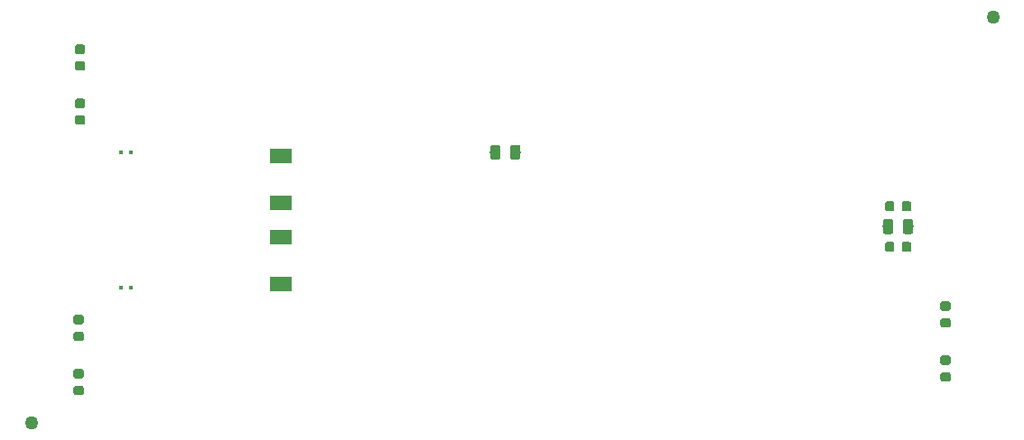
<source format=gbr>
G04 #@! TF.GenerationSoftware,KiCad,Pcbnew,5.0.2-bee76a0~70~ubuntu18.04.1*
G04 #@! TF.CreationDate,2019-06-21T09:24:01-07:00*
G04 #@! TF.ProjectId,aa-power,61612d70-6f77-4657-922e-6b696361645f,rev?*
G04 #@! TF.SameCoordinates,Original*
G04 #@! TF.FileFunction,Paste,Top*
G04 #@! TF.FilePolarity,Positive*
%FSLAX46Y46*%
G04 Gerber Fmt 4.6, Leading zero omitted, Abs format (unit mm)*
G04 Created by KiCad (PCBNEW 5.0.2-bee76a0~70~ubuntu18.04.1) date Fri 21 Jun 2019 09:24:01 AM PDT*
%MOMM*%
%LPD*%
G01*
G04 APERTURE LIST*
%ADD10C,1.275080*%
%ADD11C,0.100000*%
%ADD12C,0.975000*%
%ADD13C,0.875000*%
%ADD14R,2.100000X1.400000*%
%ADD15R,0.300000X0.400000*%
G04 APERTURE END LIST*
D10*
G04 #@! TO.C,FD6*
X194310000Y-81280000D03*
G04 #@! TD*
D11*
G04 #@! TO.C,C4*
G36*
X186625142Y-100266174D02*
X186648803Y-100269684D01*
X186672007Y-100275496D01*
X186694529Y-100283554D01*
X186716153Y-100293782D01*
X186736670Y-100306079D01*
X186755883Y-100320329D01*
X186773607Y-100336393D01*
X186789671Y-100354117D01*
X186803921Y-100373330D01*
X186816218Y-100393847D01*
X186826446Y-100415471D01*
X186834504Y-100437993D01*
X186840316Y-100461197D01*
X186843826Y-100484858D01*
X186845000Y-100508750D01*
X186845000Y-101421250D01*
X186843826Y-101445142D01*
X186840316Y-101468803D01*
X186834504Y-101492007D01*
X186826446Y-101514529D01*
X186816218Y-101536153D01*
X186803921Y-101556670D01*
X186789671Y-101575883D01*
X186773607Y-101593607D01*
X186755883Y-101609671D01*
X186736670Y-101623921D01*
X186716153Y-101636218D01*
X186694529Y-101646446D01*
X186672007Y-101654504D01*
X186648803Y-101660316D01*
X186625142Y-101663826D01*
X186601250Y-101665000D01*
X186113750Y-101665000D01*
X186089858Y-101663826D01*
X186066197Y-101660316D01*
X186042993Y-101654504D01*
X186020471Y-101646446D01*
X185998847Y-101636218D01*
X185978330Y-101623921D01*
X185959117Y-101609671D01*
X185941393Y-101593607D01*
X185925329Y-101575883D01*
X185911079Y-101556670D01*
X185898782Y-101536153D01*
X185888554Y-101514529D01*
X185880496Y-101492007D01*
X185874684Y-101468803D01*
X185871174Y-101445142D01*
X185870000Y-101421250D01*
X185870000Y-100508750D01*
X185871174Y-100484858D01*
X185874684Y-100461197D01*
X185880496Y-100437993D01*
X185888554Y-100415471D01*
X185898782Y-100393847D01*
X185911079Y-100373330D01*
X185925329Y-100354117D01*
X185941393Y-100336393D01*
X185959117Y-100320329D01*
X185978330Y-100306079D01*
X185998847Y-100293782D01*
X186020471Y-100283554D01*
X186042993Y-100275496D01*
X186066197Y-100269684D01*
X186089858Y-100266174D01*
X186113750Y-100265000D01*
X186601250Y-100265000D01*
X186625142Y-100266174D01*
X186625142Y-100266174D01*
G37*
D12*
X186357500Y-100965000D03*
D11*
G36*
X184750142Y-100266174D02*
X184773803Y-100269684D01*
X184797007Y-100275496D01*
X184819529Y-100283554D01*
X184841153Y-100293782D01*
X184861670Y-100306079D01*
X184880883Y-100320329D01*
X184898607Y-100336393D01*
X184914671Y-100354117D01*
X184928921Y-100373330D01*
X184941218Y-100393847D01*
X184951446Y-100415471D01*
X184959504Y-100437993D01*
X184965316Y-100461197D01*
X184968826Y-100484858D01*
X184970000Y-100508750D01*
X184970000Y-101421250D01*
X184968826Y-101445142D01*
X184965316Y-101468803D01*
X184959504Y-101492007D01*
X184951446Y-101514529D01*
X184941218Y-101536153D01*
X184928921Y-101556670D01*
X184914671Y-101575883D01*
X184898607Y-101593607D01*
X184880883Y-101609671D01*
X184861670Y-101623921D01*
X184841153Y-101636218D01*
X184819529Y-101646446D01*
X184797007Y-101654504D01*
X184773803Y-101660316D01*
X184750142Y-101663826D01*
X184726250Y-101665000D01*
X184238750Y-101665000D01*
X184214858Y-101663826D01*
X184191197Y-101660316D01*
X184167993Y-101654504D01*
X184145471Y-101646446D01*
X184123847Y-101636218D01*
X184103330Y-101623921D01*
X184084117Y-101609671D01*
X184066393Y-101593607D01*
X184050329Y-101575883D01*
X184036079Y-101556670D01*
X184023782Y-101536153D01*
X184013554Y-101514529D01*
X184005496Y-101492007D01*
X183999684Y-101468803D01*
X183996174Y-101445142D01*
X183995000Y-101421250D01*
X183995000Y-100508750D01*
X183996174Y-100484858D01*
X183999684Y-100461197D01*
X184005496Y-100437993D01*
X184013554Y-100415471D01*
X184023782Y-100393847D01*
X184036079Y-100373330D01*
X184050329Y-100354117D01*
X184066393Y-100336393D01*
X184084117Y-100320329D01*
X184103330Y-100306079D01*
X184123847Y-100293782D01*
X184145471Y-100283554D01*
X184167993Y-100275496D01*
X184191197Y-100269684D01*
X184214858Y-100266174D01*
X184238750Y-100265000D01*
X184726250Y-100265000D01*
X184750142Y-100266174D01*
X184750142Y-100266174D01*
G37*
D12*
X184482500Y-100965000D03*
G04 #@! TD*
D11*
G04 #@! TO.C,C3*
G36*
X149795142Y-93281174D02*
X149818803Y-93284684D01*
X149842007Y-93290496D01*
X149864529Y-93298554D01*
X149886153Y-93308782D01*
X149906670Y-93321079D01*
X149925883Y-93335329D01*
X149943607Y-93351393D01*
X149959671Y-93369117D01*
X149973921Y-93388330D01*
X149986218Y-93408847D01*
X149996446Y-93430471D01*
X150004504Y-93452993D01*
X150010316Y-93476197D01*
X150013826Y-93499858D01*
X150015000Y-93523750D01*
X150015000Y-94436250D01*
X150013826Y-94460142D01*
X150010316Y-94483803D01*
X150004504Y-94507007D01*
X149996446Y-94529529D01*
X149986218Y-94551153D01*
X149973921Y-94571670D01*
X149959671Y-94590883D01*
X149943607Y-94608607D01*
X149925883Y-94624671D01*
X149906670Y-94638921D01*
X149886153Y-94651218D01*
X149864529Y-94661446D01*
X149842007Y-94669504D01*
X149818803Y-94675316D01*
X149795142Y-94678826D01*
X149771250Y-94680000D01*
X149283750Y-94680000D01*
X149259858Y-94678826D01*
X149236197Y-94675316D01*
X149212993Y-94669504D01*
X149190471Y-94661446D01*
X149168847Y-94651218D01*
X149148330Y-94638921D01*
X149129117Y-94624671D01*
X149111393Y-94608607D01*
X149095329Y-94590883D01*
X149081079Y-94571670D01*
X149068782Y-94551153D01*
X149058554Y-94529529D01*
X149050496Y-94507007D01*
X149044684Y-94483803D01*
X149041174Y-94460142D01*
X149040000Y-94436250D01*
X149040000Y-93523750D01*
X149041174Y-93499858D01*
X149044684Y-93476197D01*
X149050496Y-93452993D01*
X149058554Y-93430471D01*
X149068782Y-93408847D01*
X149081079Y-93388330D01*
X149095329Y-93369117D01*
X149111393Y-93351393D01*
X149129117Y-93335329D01*
X149148330Y-93321079D01*
X149168847Y-93308782D01*
X149190471Y-93298554D01*
X149212993Y-93290496D01*
X149236197Y-93284684D01*
X149259858Y-93281174D01*
X149283750Y-93280000D01*
X149771250Y-93280000D01*
X149795142Y-93281174D01*
X149795142Y-93281174D01*
G37*
D12*
X149527500Y-93980000D03*
D11*
G36*
X147920142Y-93281174D02*
X147943803Y-93284684D01*
X147967007Y-93290496D01*
X147989529Y-93298554D01*
X148011153Y-93308782D01*
X148031670Y-93321079D01*
X148050883Y-93335329D01*
X148068607Y-93351393D01*
X148084671Y-93369117D01*
X148098921Y-93388330D01*
X148111218Y-93408847D01*
X148121446Y-93430471D01*
X148129504Y-93452993D01*
X148135316Y-93476197D01*
X148138826Y-93499858D01*
X148140000Y-93523750D01*
X148140000Y-94436250D01*
X148138826Y-94460142D01*
X148135316Y-94483803D01*
X148129504Y-94507007D01*
X148121446Y-94529529D01*
X148111218Y-94551153D01*
X148098921Y-94571670D01*
X148084671Y-94590883D01*
X148068607Y-94608607D01*
X148050883Y-94624671D01*
X148031670Y-94638921D01*
X148011153Y-94651218D01*
X147989529Y-94661446D01*
X147967007Y-94669504D01*
X147943803Y-94675316D01*
X147920142Y-94678826D01*
X147896250Y-94680000D01*
X147408750Y-94680000D01*
X147384858Y-94678826D01*
X147361197Y-94675316D01*
X147337993Y-94669504D01*
X147315471Y-94661446D01*
X147293847Y-94651218D01*
X147273330Y-94638921D01*
X147254117Y-94624671D01*
X147236393Y-94608607D01*
X147220329Y-94590883D01*
X147206079Y-94571670D01*
X147193782Y-94551153D01*
X147183554Y-94529529D01*
X147175496Y-94507007D01*
X147169684Y-94483803D01*
X147166174Y-94460142D01*
X147165000Y-94436250D01*
X147165000Y-93523750D01*
X147166174Y-93499858D01*
X147169684Y-93476197D01*
X147175496Y-93452993D01*
X147183554Y-93430471D01*
X147193782Y-93408847D01*
X147206079Y-93388330D01*
X147220329Y-93369117D01*
X147236393Y-93351393D01*
X147254117Y-93335329D01*
X147273330Y-93321079D01*
X147293847Y-93308782D01*
X147315471Y-93298554D01*
X147337993Y-93290496D01*
X147361197Y-93284684D01*
X147384858Y-93281174D01*
X147408750Y-93280000D01*
X147896250Y-93280000D01*
X147920142Y-93281174D01*
X147920142Y-93281174D01*
G37*
D12*
X147652500Y-93980000D03*
G04 #@! TD*
D11*
G04 #@! TO.C,D3*
G36*
X108989691Y-88946053D02*
X109010926Y-88949203D01*
X109031750Y-88954419D01*
X109051962Y-88961651D01*
X109071368Y-88970830D01*
X109089781Y-88981866D01*
X109107024Y-88994654D01*
X109122930Y-89009070D01*
X109137346Y-89024976D01*
X109150134Y-89042219D01*
X109161170Y-89060632D01*
X109170349Y-89080038D01*
X109177581Y-89100250D01*
X109182797Y-89121074D01*
X109185947Y-89142309D01*
X109187000Y-89163750D01*
X109187000Y-89601250D01*
X109185947Y-89622691D01*
X109182797Y-89643926D01*
X109177581Y-89664750D01*
X109170349Y-89684962D01*
X109161170Y-89704368D01*
X109150134Y-89722781D01*
X109137346Y-89740024D01*
X109122930Y-89755930D01*
X109107024Y-89770346D01*
X109089781Y-89783134D01*
X109071368Y-89794170D01*
X109051962Y-89803349D01*
X109031750Y-89810581D01*
X109010926Y-89815797D01*
X108989691Y-89818947D01*
X108968250Y-89820000D01*
X108455750Y-89820000D01*
X108434309Y-89818947D01*
X108413074Y-89815797D01*
X108392250Y-89810581D01*
X108372038Y-89803349D01*
X108352632Y-89794170D01*
X108334219Y-89783134D01*
X108316976Y-89770346D01*
X108301070Y-89755930D01*
X108286654Y-89740024D01*
X108273866Y-89722781D01*
X108262830Y-89704368D01*
X108253651Y-89684962D01*
X108246419Y-89664750D01*
X108241203Y-89643926D01*
X108238053Y-89622691D01*
X108237000Y-89601250D01*
X108237000Y-89163750D01*
X108238053Y-89142309D01*
X108241203Y-89121074D01*
X108246419Y-89100250D01*
X108253651Y-89080038D01*
X108262830Y-89060632D01*
X108273866Y-89042219D01*
X108286654Y-89024976D01*
X108301070Y-89009070D01*
X108316976Y-88994654D01*
X108334219Y-88981866D01*
X108352632Y-88970830D01*
X108372038Y-88961651D01*
X108392250Y-88954419D01*
X108413074Y-88949203D01*
X108434309Y-88946053D01*
X108455750Y-88945000D01*
X108968250Y-88945000D01*
X108989691Y-88946053D01*
X108989691Y-88946053D01*
G37*
D13*
X108712000Y-89382500D03*
D11*
G36*
X108989691Y-90521053D02*
X109010926Y-90524203D01*
X109031750Y-90529419D01*
X109051962Y-90536651D01*
X109071368Y-90545830D01*
X109089781Y-90556866D01*
X109107024Y-90569654D01*
X109122930Y-90584070D01*
X109137346Y-90599976D01*
X109150134Y-90617219D01*
X109161170Y-90635632D01*
X109170349Y-90655038D01*
X109177581Y-90675250D01*
X109182797Y-90696074D01*
X109185947Y-90717309D01*
X109187000Y-90738750D01*
X109187000Y-91176250D01*
X109185947Y-91197691D01*
X109182797Y-91218926D01*
X109177581Y-91239750D01*
X109170349Y-91259962D01*
X109161170Y-91279368D01*
X109150134Y-91297781D01*
X109137346Y-91315024D01*
X109122930Y-91330930D01*
X109107024Y-91345346D01*
X109089781Y-91358134D01*
X109071368Y-91369170D01*
X109051962Y-91378349D01*
X109031750Y-91385581D01*
X109010926Y-91390797D01*
X108989691Y-91393947D01*
X108968250Y-91395000D01*
X108455750Y-91395000D01*
X108434309Y-91393947D01*
X108413074Y-91390797D01*
X108392250Y-91385581D01*
X108372038Y-91378349D01*
X108352632Y-91369170D01*
X108334219Y-91358134D01*
X108316976Y-91345346D01*
X108301070Y-91330930D01*
X108286654Y-91315024D01*
X108273866Y-91297781D01*
X108262830Y-91279368D01*
X108253651Y-91259962D01*
X108246419Y-91239750D01*
X108241203Y-91218926D01*
X108238053Y-91197691D01*
X108237000Y-91176250D01*
X108237000Y-90738750D01*
X108238053Y-90717309D01*
X108241203Y-90696074D01*
X108246419Y-90675250D01*
X108253651Y-90655038D01*
X108262830Y-90635632D01*
X108273866Y-90617219D01*
X108286654Y-90599976D01*
X108301070Y-90584070D01*
X108316976Y-90569654D01*
X108334219Y-90556866D01*
X108352632Y-90545830D01*
X108372038Y-90536651D01*
X108392250Y-90529419D01*
X108413074Y-90524203D01*
X108434309Y-90521053D01*
X108455750Y-90520000D01*
X108968250Y-90520000D01*
X108989691Y-90521053D01*
X108989691Y-90521053D01*
G37*
D13*
X108712000Y-90957500D03*
G04 #@! TD*
D11*
G04 #@! TO.C,D4*
G36*
X108862691Y-109266053D02*
X108883926Y-109269203D01*
X108904750Y-109274419D01*
X108924962Y-109281651D01*
X108944368Y-109290830D01*
X108962781Y-109301866D01*
X108980024Y-109314654D01*
X108995930Y-109329070D01*
X109010346Y-109344976D01*
X109023134Y-109362219D01*
X109034170Y-109380632D01*
X109043349Y-109400038D01*
X109050581Y-109420250D01*
X109055797Y-109441074D01*
X109058947Y-109462309D01*
X109060000Y-109483750D01*
X109060000Y-109921250D01*
X109058947Y-109942691D01*
X109055797Y-109963926D01*
X109050581Y-109984750D01*
X109043349Y-110004962D01*
X109034170Y-110024368D01*
X109023134Y-110042781D01*
X109010346Y-110060024D01*
X108995930Y-110075930D01*
X108980024Y-110090346D01*
X108962781Y-110103134D01*
X108944368Y-110114170D01*
X108924962Y-110123349D01*
X108904750Y-110130581D01*
X108883926Y-110135797D01*
X108862691Y-110138947D01*
X108841250Y-110140000D01*
X108328750Y-110140000D01*
X108307309Y-110138947D01*
X108286074Y-110135797D01*
X108265250Y-110130581D01*
X108245038Y-110123349D01*
X108225632Y-110114170D01*
X108207219Y-110103134D01*
X108189976Y-110090346D01*
X108174070Y-110075930D01*
X108159654Y-110060024D01*
X108146866Y-110042781D01*
X108135830Y-110024368D01*
X108126651Y-110004962D01*
X108119419Y-109984750D01*
X108114203Y-109963926D01*
X108111053Y-109942691D01*
X108110000Y-109921250D01*
X108110000Y-109483750D01*
X108111053Y-109462309D01*
X108114203Y-109441074D01*
X108119419Y-109420250D01*
X108126651Y-109400038D01*
X108135830Y-109380632D01*
X108146866Y-109362219D01*
X108159654Y-109344976D01*
X108174070Y-109329070D01*
X108189976Y-109314654D01*
X108207219Y-109301866D01*
X108225632Y-109290830D01*
X108245038Y-109281651D01*
X108265250Y-109274419D01*
X108286074Y-109269203D01*
X108307309Y-109266053D01*
X108328750Y-109265000D01*
X108841250Y-109265000D01*
X108862691Y-109266053D01*
X108862691Y-109266053D01*
G37*
D13*
X108585000Y-109702500D03*
D11*
G36*
X108862691Y-110841053D02*
X108883926Y-110844203D01*
X108904750Y-110849419D01*
X108924962Y-110856651D01*
X108944368Y-110865830D01*
X108962781Y-110876866D01*
X108980024Y-110889654D01*
X108995930Y-110904070D01*
X109010346Y-110919976D01*
X109023134Y-110937219D01*
X109034170Y-110955632D01*
X109043349Y-110975038D01*
X109050581Y-110995250D01*
X109055797Y-111016074D01*
X109058947Y-111037309D01*
X109060000Y-111058750D01*
X109060000Y-111496250D01*
X109058947Y-111517691D01*
X109055797Y-111538926D01*
X109050581Y-111559750D01*
X109043349Y-111579962D01*
X109034170Y-111599368D01*
X109023134Y-111617781D01*
X109010346Y-111635024D01*
X108995930Y-111650930D01*
X108980024Y-111665346D01*
X108962781Y-111678134D01*
X108944368Y-111689170D01*
X108924962Y-111698349D01*
X108904750Y-111705581D01*
X108883926Y-111710797D01*
X108862691Y-111713947D01*
X108841250Y-111715000D01*
X108328750Y-111715000D01*
X108307309Y-111713947D01*
X108286074Y-111710797D01*
X108265250Y-111705581D01*
X108245038Y-111698349D01*
X108225632Y-111689170D01*
X108207219Y-111678134D01*
X108189976Y-111665346D01*
X108174070Y-111650930D01*
X108159654Y-111635024D01*
X108146866Y-111617781D01*
X108135830Y-111599368D01*
X108126651Y-111579962D01*
X108119419Y-111559750D01*
X108114203Y-111538926D01*
X108111053Y-111517691D01*
X108110000Y-111496250D01*
X108110000Y-111058750D01*
X108111053Y-111037309D01*
X108114203Y-111016074D01*
X108119419Y-110995250D01*
X108126651Y-110975038D01*
X108135830Y-110955632D01*
X108146866Y-110937219D01*
X108159654Y-110919976D01*
X108174070Y-110904070D01*
X108189976Y-110889654D01*
X108207219Y-110876866D01*
X108225632Y-110865830D01*
X108245038Y-110856651D01*
X108265250Y-110849419D01*
X108286074Y-110844203D01*
X108307309Y-110841053D01*
X108328750Y-110840000D01*
X108841250Y-110840000D01*
X108862691Y-110841053D01*
X108862691Y-110841053D01*
G37*
D13*
X108585000Y-111277500D03*
G04 #@! TD*
D11*
G04 #@! TO.C,D7*
G36*
X190142691Y-113076053D02*
X190163926Y-113079203D01*
X190184750Y-113084419D01*
X190204962Y-113091651D01*
X190224368Y-113100830D01*
X190242781Y-113111866D01*
X190260024Y-113124654D01*
X190275930Y-113139070D01*
X190290346Y-113154976D01*
X190303134Y-113172219D01*
X190314170Y-113190632D01*
X190323349Y-113210038D01*
X190330581Y-113230250D01*
X190335797Y-113251074D01*
X190338947Y-113272309D01*
X190340000Y-113293750D01*
X190340000Y-113731250D01*
X190338947Y-113752691D01*
X190335797Y-113773926D01*
X190330581Y-113794750D01*
X190323349Y-113814962D01*
X190314170Y-113834368D01*
X190303134Y-113852781D01*
X190290346Y-113870024D01*
X190275930Y-113885930D01*
X190260024Y-113900346D01*
X190242781Y-113913134D01*
X190224368Y-113924170D01*
X190204962Y-113933349D01*
X190184750Y-113940581D01*
X190163926Y-113945797D01*
X190142691Y-113948947D01*
X190121250Y-113950000D01*
X189608750Y-113950000D01*
X189587309Y-113948947D01*
X189566074Y-113945797D01*
X189545250Y-113940581D01*
X189525038Y-113933349D01*
X189505632Y-113924170D01*
X189487219Y-113913134D01*
X189469976Y-113900346D01*
X189454070Y-113885930D01*
X189439654Y-113870024D01*
X189426866Y-113852781D01*
X189415830Y-113834368D01*
X189406651Y-113814962D01*
X189399419Y-113794750D01*
X189394203Y-113773926D01*
X189391053Y-113752691D01*
X189390000Y-113731250D01*
X189390000Y-113293750D01*
X189391053Y-113272309D01*
X189394203Y-113251074D01*
X189399419Y-113230250D01*
X189406651Y-113210038D01*
X189415830Y-113190632D01*
X189426866Y-113172219D01*
X189439654Y-113154976D01*
X189454070Y-113139070D01*
X189469976Y-113124654D01*
X189487219Y-113111866D01*
X189505632Y-113100830D01*
X189525038Y-113091651D01*
X189545250Y-113084419D01*
X189566074Y-113079203D01*
X189587309Y-113076053D01*
X189608750Y-113075000D01*
X190121250Y-113075000D01*
X190142691Y-113076053D01*
X190142691Y-113076053D01*
G37*
D13*
X189865000Y-113512500D03*
D11*
G36*
X190142691Y-114651053D02*
X190163926Y-114654203D01*
X190184750Y-114659419D01*
X190204962Y-114666651D01*
X190224368Y-114675830D01*
X190242781Y-114686866D01*
X190260024Y-114699654D01*
X190275930Y-114714070D01*
X190290346Y-114729976D01*
X190303134Y-114747219D01*
X190314170Y-114765632D01*
X190323349Y-114785038D01*
X190330581Y-114805250D01*
X190335797Y-114826074D01*
X190338947Y-114847309D01*
X190340000Y-114868750D01*
X190340000Y-115306250D01*
X190338947Y-115327691D01*
X190335797Y-115348926D01*
X190330581Y-115369750D01*
X190323349Y-115389962D01*
X190314170Y-115409368D01*
X190303134Y-115427781D01*
X190290346Y-115445024D01*
X190275930Y-115460930D01*
X190260024Y-115475346D01*
X190242781Y-115488134D01*
X190224368Y-115499170D01*
X190204962Y-115508349D01*
X190184750Y-115515581D01*
X190163926Y-115520797D01*
X190142691Y-115523947D01*
X190121250Y-115525000D01*
X189608750Y-115525000D01*
X189587309Y-115523947D01*
X189566074Y-115520797D01*
X189545250Y-115515581D01*
X189525038Y-115508349D01*
X189505632Y-115499170D01*
X189487219Y-115488134D01*
X189469976Y-115475346D01*
X189454070Y-115460930D01*
X189439654Y-115445024D01*
X189426866Y-115427781D01*
X189415830Y-115409368D01*
X189406651Y-115389962D01*
X189399419Y-115369750D01*
X189394203Y-115348926D01*
X189391053Y-115327691D01*
X189390000Y-115306250D01*
X189390000Y-114868750D01*
X189391053Y-114847309D01*
X189394203Y-114826074D01*
X189399419Y-114805250D01*
X189406651Y-114785038D01*
X189415830Y-114765632D01*
X189426866Y-114747219D01*
X189439654Y-114729976D01*
X189454070Y-114714070D01*
X189469976Y-114699654D01*
X189487219Y-114686866D01*
X189505632Y-114675830D01*
X189525038Y-114666651D01*
X189545250Y-114659419D01*
X189566074Y-114654203D01*
X189587309Y-114651053D01*
X189608750Y-114650000D01*
X190121250Y-114650000D01*
X190142691Y-114651053D01*
X190142691Y-114651053D01*
G37*
D13*
X189865000Y-115087500D03*
G04 #@! TD*
D11*
G04 #@! TO.C,R5*
G36*
X186447691Y-102396053D02*
X186468926Y-102399203D01*
X186489750Y-102404419D01*
X186509962Y-102411651D01*
X186529368Y-102420830D01*
X186547781Y-102431866D01*
X186565024Y-102444654D01*
X186580930Y-102459070D01*
X186595346Y-102474976D01*
X186608134Y-102492219D01*
X186619170Y-102510632D01*
X186628349Y-102530038D01*
X186635581Y-102550250D01*
X186640797Y-102571074D01*
X186643947Y-102592309D01*
X186645000Y-102613750D01*
X186645000Y-103126250D01*
X186643947Y-103147691D01*
X186640797Y-103168926D01*
X186635581Y-103189750D01*
X186628349Y-103209962D01*
X186619170Y-103229368D01*
X186608134Y-103247781D01*
X186595346Y-103265024D01*
X186580930Y-103280930D01*
X186565024Y-103295346D01*
X186547781Y-103308134D01*
X186529368Y-103319170D01*
X186509962Y-103328349D01*
X186489750Y-103335581D01*
X186468926Y-103340797D01*
X186447691Y-103343947D01*
X186426250Y-103345000D01*
X185988750Y-103345000D01*
X185967309Y-103343947D01*
X185946074Y-103340797D01*
X185925250Y-103335581D01*
X185905038Y-103328349D01*
X185885632Y-103319170D01*
X185867219Y-103308134D01*
X185849976Y-103295346D01*
X185834070Y-103280930D01*
X185819654Y-103265024D01*
X185806866Y-103247781D01*
X185795830Y-103229368D01*
X185786651Y-103209962D01*
X185779419Y-103189750D01*
X185774203Y-103168926D01*
X185771053Y-103147691D01*
X185770000Y-103126250D01*
X185770000Y-102613750D01*
X185771053Y-102592309D01*
X185774203Y-102571074D01*
X185779419Y-102550250D01*
X185786651Y-102530038D01*
X185795830Y-102510632D01*
X185806866Y-102492219D01*
X185819654Y-102474976D01*
X185834070Y-102459070D01*
X185849976Y-102444654D01*
X185867219Y-102431866D01*
X185885632Y-102420830D01*
X185905038Y-102411651D01*
X185925250Y-102404419D01*
X185946074Y-102399203D01*
X185967309Y-102396053D01*
X185988750Y-102395000D01*
X186426250Y-102395000D01*
X186447691Y-102396053D01*
X186447691Y-102396053D01*
G37*
D13*
X186207500Y-102870000D03*
D11*
G36*
X184872691Y-102396053D02*
X184893926Y-102399203D01*
X184914750Y-102404419D01*
X184934962Y-102411651D01*
X184954368Y-102420830D01*
X184972781Y-102431866D01*
X184990024Y-102444654D01*
X185005930Y-102459070D01*
X185020346Y-102474976D01*
X185033134Y-102492219D01*
X185044170Y-102510632D01*
X185053349Y-102530038D01*
X185060581Y-102550250D01*
X185065797Y-102571074D01*
X185068947Y-102592309D01*
X185070000Y-102613750D01*
X185070000Y-103126250D01*
X185068947Y-103147691D01*
X185065797Y-103168926D01*
X185060581Y-103189750D01*
X185053349Y-103209962D01*
X185044170Y-103229368D01*
X185033134Y-103247781D01*
X185020346Y-103265024D01*
X185005930Y-103280930D01*
X184990024Y-103295346D01*
X184972781Y-103308134D01*
X184954368Y-103319170D01*
X184934962Y-103328349D01*
X184914750Y-103335581D01*
X184893926Y-103340797D01*
X184872691Y-103343947D01*
X184851250Y-103345000D01*
X184413750Y-103345000D01*
X184392309Y-103343947D01*
X184371074Y-103340797D01*
X184350250Y-103335581D01*
X184330038Y-103328349D01*
X184310632Y-103319170D01*
X184292219Y-103308134D01*
X184274976Y-103295346D01*
X184259070Y-103280930D01*
X184244654Y-103265024D01*
X184231866Y-103247781D01*
X184220830Y-103229368D01*
X184211651Y-103209962D01*
X184204419Y-103189750D01*
X184199203Y-103168926D01*
X184196053Y-103147691D01*
X184195000Y-103126250D01*
X184195000Y-102613750D01*
X184196053Y-102592309D01*
X184199203Y-102571074D01*
X184204419Y-102550250D01*
X184211651Y-102530038D01*
X184220830Y-102510632D01*
X184231866Y-102492219D01*
X184244654Y-102474976D01*
X184259070Y-102459070D01*
X184274976Y-102444654D01*
X184292219Y-102431866D01*
X184310632Y-102420830D01*
X184330038Y-102411651D01*
X184350250Y-102404419D01*
X184371074Y-102399203D01*
X184392309Y-102396053D01*
X184413750Y-102395000D01*
X184851250Y-102395000D01*
X184872691Y-102396053D01*
X184872691Y-102396053D01*
G37*
D13*
X184632500Y-102870000D03*
G04 #@! TD*
D11*
G04 #@! TO.C,R4*
G36*
X186447691Y-98586053D02*
X186468926Y-98589203D01*
X186489750Y-98594419D01*
X186509962Y-98601651D01*
X186529368Y-98610830D01*
X186547781Y-98621866D01*
X186565024Y-98634654D01*
X186580930Y-98649070D01*
X186595346Y-98664976D01*
X186608134Y-98682219D01*
X186619170Y-98700632D01*
X186628349Y-98720038D01*
X186635581Y-98740250D01*
X186640797Y-98761074D01*
X186643947Y-98782309D01*
X186645000Y-98803750D01*
X186645000Y-99316250D01*
X186643947Y-99337691D01*
X186640797Y-99358926D01*
X186635581Y-99379750D01*
X186628349Y-99399962D01*
X186619170Y-99419368D01*
X186608134Y-99437781D01*
X186595346Y-99455024D01*
X186580930Y-99470930D01*
X186565024Y-99485346D01*
X186547781Y-99498134D01*
X186529368Y-99509170D01*
X186509962Y-99518349D01*
X186489750Y-99525581D01*
X186468926Y-99530797D01*
X186447691Y-99533947D01*
X186426250Y-99535000D01*
X185988750Y-99535000D01*
X185967309Y-99533947D01*
X185946074Y-99530797D01*
X185925250Y-99525581D01*
X185905038Y-99518349D01*
X185885632Y-99509170D01*
X185867219Y-99498134D01*
X185849976Y-99485346D01*
X185834070Y-99470930D01*
X185819654Y-99455024D01*
X185806866Y-99437781D01*
X185795830Y-99419368D01*
X185786651Y-99399962D01*
X185779419Y-99379750D01*
X185774203Y-99358926D01*
X185771053Y-99337691D01*
X185770000Y-99316250D01*
X185770000Y-98803750D01*
X185771053Y-98782309D01*
X185774203Y-98761074D01*
X185779419Y-98740250D01*
X185786651Y-98720038D01*
X185795830Y-98700632D01*
X185806866Y-98682219D01*
X185819654Y-98664976D01*
X185834070Y-98649070D01*
X185849976Y-98634654D01*
X185867219Y-98621866D01*
X185885632Y-98610830D01*
X185905038Y-98601651D01*
X185925250Y-98594419D01*
X185946074Y-98589203D01*
X185967309Y-98586053D01*
X185988750Y-98585000D01*
X186426250Y-98585000D01*
X186447691Y-98586053D01*
X186447691Y-98586053D01*
G37*
D13*
X186207500Y-99060000D03*
D11*
G36*
X184872691Y-98586053D02*
X184893926Y-98589203D01*
X184914750Y-98594419D01*
X184934962Y-98601651D01*
X184954368Y-98610830D01*
X184972781Y-98621866D01*
X184990024Y-98634654D01*
X185005930Y-98649070D01*
X185020346Y-98664976D01*
X185033134Y-98682219D01*
X185044170Y-98700632D01*
X185053349Y-98720038D01*
X185060581Y-98740250D01*
X185065797Y-98761074D01*
X185068947Y-98782309D01*
X185070000Y-98803750D01*
X185070000Y-99316250D01*
X185068947Y-99337691D01*
X185065797Y-99358926D01*
X185060581Y-99379750D01*
X185053349Y-99399962D01*
X185044170Y-99419368D01*
X185033134Y-99437781D01*
X185020346Y-99455024D01*
X185005930Y-99470930D01*
X184990024Y-99485346D01*
X184972781Y-99498134D01*
X184954368Y-99509170D01*
X184934962Y-99518349D01*
X184914750Y-99525581D01*
X184893926Y-99530797D01*
X184872691Y-99533947D01*
X184851250Y-99535000D01*
X184413750Y-99535000D01*
X184392309Y-99533947D01*
X184371074Y-99530797D01*
X184350250Y-99525581D01*
X184330038Y-99518349D01*
X184310632Y-99509170D01*
X184292219Y-99498134D01*
X184274976Y-99485346D01*
X184259070Y-99470930D01*
X184244654Y-99455024D01*
X184231866Y-99437781D01*
X184220830Y-99419368D01*
X184211651Y-99399962D01*
X184204419Y-99379750D01*
X184199203Y-99358926D01*
X184196053Y-99337691D01*
X184195000Y-99316250D01*
X184195000Y-98803750D01*
X184196053Y-98782309D01*
X184199203Y-98761074D01*
X184204419Y-98740250D01*
X184211651Y-98720038D01*
X184220830Y-98700632D01*
X184231866Y-98682219D01*
X184244654Y-98664976D01*
X184259070Y-98649070D01*
X184274976Y-98634654D01*
X184292219Y-98621866D01*
X184310632Y-98610830D01*
X184330038Y-98601651D01*
X184350250Y-98594419D01*
X184371074Y-98589203D01*
X184392309Y-98586053D01*
X184413750Y-98585000D01*
X184851250Y-98585000D01*
X184872691Y-98586053D01*
X184872691Y-98586053D01*
G37*
D13*
X184632500Y-99060000D03*
G04 #@! TD*
D11*
G04 #@! TO.C,R2*
G36*
X108862691Y-115921053D02*
X108883926Y-115924203D01*
X108904750Y-115929419D01*
X108924962Y-115936651D01*
X108944368Y-115945830D01*
X108962781Y-115956866D01*
X108980024Y-115969654D01*
X108995930Y-115984070D01*
X109010346Y-115999976D01*
X109023134Y-116017219D01*
X109034170Y-116035632D01*
X109043349Y-116055038D01*
X109050581Y-116075250D01*
X109055797Y-116096074D01*
X109058947Y-116117309D01*
X109060000Y-116138750D01*
X109060000Y-116576250D01*
X109058947Y-116597691D01*
X109055797Y-116618926D01*
X109050581Y-116639750D01*
X109043349Y-116659962D01*
X109034170Y-116679368D01*
X109023134Y-116697781D01*
X109010346Y-116715024D01*
X108995930Y-116730930D01*
X108980024Y-116745346D01*
X108962781Y-116758134D01*
X108944368Y-116769170D01*
X108924962Y-116778349D01*
X108904750Y-116785581D01*
X108883926Y-116790797D01*
X108862691Y-116793947D01*
X108841250Y-116795000D01*
X108328750Y-116795000D01*
X108307309Y-116793947D01*
X108286074Y-116790797D01*
X108265250Y-116785581D01*
X108245038Y-116778349D01*
X108225632Y-116769170D01*
X108207219Y-116758134D01*
X108189976Y-116745346D01*
X108174070Y-116730930D01*
X108159654Y-116715024D01*
X108146866Y-116697781D01*
X108135830Y-116679368D01*
X108126651Y-116659962D01*
X108119419Y-116639750D01*
X108114203Y-116618926D01*
X108111053Y-116597691D01*
X108110000Y-116576250D01*
X108110000Y-116138750D01*
X108111053Y-116117309D01*
X108114203Y-116096074D01*
X108119419Y-116075250D01*
X108126651Y-116055038D01*
X108135830Y-116035632D01*
X108146866Y-116017219D01*
X108159654Y-115999976D01*
X108174070Y-115984070D01*
X108189976Y-115969654D01*
X108207219Y-115956866D01*
X108225632Y-115945830D01*
X108245038Y-115936651D01*
X108265250Y-115929419D01*
X108286074Y-115924203D01*
X108307309Y-115921053D01*
X108328750Y-115920000D01*
X108841250Y-115920000D01*
X108862691Y-115921053D01*
X108862691Y-115921053D01*
G37*
D13*
X108585000Y-116357500D03*
D11*
G36*
X108862691Y-114346053D02*
X108883926Y-114349203D01*
X108904750Y-114354419D01*
X108924962Y-114361651D01*
X108944368Y-114370830D01*
X108962781Y-114381866D01*
X108980024Y-114394654D01*
X108995930Y-114409070D01*
X109010346Y-114424976D01*
X109023134Y-114442219D01*
X109034170Y-114460632D01*
X109043349Y-114480038D01*
X109050581Y-114500250D01*
X109055797Y-114521074D01*
X109058947Y-114542309D01*
X109060000Y-114563750D01*
X109060000Y-115001250D01*
X109058947Y-115022691D01*
X109055797Y-115043926D01*
X109050581Y-115064750D01*
X109043349Y-115084962D01*
X109034170Y-115104368D01*
X109023134Y-115122781D01*
X109010346Y-115140024D01*
X108995930Y-115155930D01*
X108980024Y-115170346D01*
X108962781Y-115183134D01*
X108944368Y-115194170D01*
X108924962Y-115203349D01*
X108904750Y-115210581D01*
X108883926Y-115215797D01*
X108862691Y-115218947D01*
X108841250Y-115220000D01*
X108328750Y-115220000D01*
X108307309Y-115218947D01*
X108286074Y-115215797D01*
X108265250Y-115210581D01*
X108245038Y-115203349D01*
X108225632Y-115194170D01*
X108207219Y-115183134D01*
X108189976Y-115170346D01*
X108174070Y-115155930D01*
X108159654Y-115140024D01*
X108146866Y-115122781D01*
X108135830Y-115104368D01*
X108126651Y-115084962D01*
X108119419Y-115064750D01*
X108114203Y-115043926D01*
X108111053Y-115022691D01*
X108110000Y-115001250D01*
X108110000Y-114563750D01*
X108111053Y-114542309D01*
X108114203Y-114521074D01*
X108119419Y-114500250D01*
X108126651Y-114480038D01*
X108135830Y-114460632D01*
X108146866Y-114442219D01*
X108159654Y-114424976D01*
X108174070Y-114409070D01*
X108189976Y-114394654D01*
X108207219Y-114381866D01*
X108225632Y-114370830D01*
X108245038Y-114361651D01*
X108265250Y-114354419D01*
X108286074Y-114349203D01*
X108307309Y-114346053D01*
X108328750Y-114345000D01*
X108841250Y-114345000D01*
X108862691Y-114346053D01*
X108862691Y-114346053D01*
G37*
D13*
X108585000Y-114782500D03*
G04 #@! TD*
D11*
G04 #@! TO.C,R1*
G36*
X108989691Y-85441053D02*
X109010926Y-85444203D01*
X109031750Y-85449419D01*
X109051962Y-85456651D01*
X109071368Y-85465830D01*
X109089781Y-85476866D01*
X109107024Y-85489654D01*
X109122930Y-85504070D01*
X109137346Y-85519976D01*
X109150134Y-85537219D01*
X109161170Y-85555632D01*
X109170349Y-85575038D01*
X109177581Y-85595250D01*
X109182797Y-85616074D01*
X109185947Y-85637309D01*
X109187000Y-85658750D01*
X109187000Y-86096250D01*
X109185947Y-86117691D01*
X109182797Y-86138926D01*
X109177581Y-86159750D01*
X109170349Y-86179962D01*
X109161170Y-86199368D01*
X109150134Y-86217781D01*
X109137346Y-86235024D01*
X109122930Y-86250930D01*
X109107024Y-86265346D01*
X109089781Y-86278134D01*
X109071368Y-86289170D01*
X109051962Y-86298349D01*
X109031750Y-86305581D01*
X109010926Y-86310797D01*
X108989691Y-86313947D01*
X108968250Y-86315000D01*
X108455750Y-86315000D01*
X108434309Y-86313947D01*
X108413074Y-86310797D01*
X108392250Y-86305581D01*
X108372038Y-86298349D01*
X108352632Y-86289170D01*
X108334219Y-86278134D01*
X108316976Y-86265346D01*
X108301070Y-86250930D01*
X108286654Y-86235024D01*
X108273866Y-86217781D01*
X108262830Y-86199368D01*
X108253651Y-86179962D01*
X108246419Y-86159750D01*
X108241203Y-86138926D01*
X108238053Y-86117691D01*
X108237000Y-86096250D01*
X108237000Y-85658750D01*
X108238053Y-85637309D01*
X108241203Y-85616074D01*
X108246419Y-85595250D01*
X108253651Y-85575038D01*
X108262830Y-85555632D01*
X108273866Y-85537219D01*
X108286654Y-85519976D01*
X108301070Y-85504070D01*
X108316976Y-85489654D01*
X108334219Y-85476866D01*
X108352632Y-85465830D01*
X108372038Y-85456651D01*
X108392250Y-85449419D01*
X108413074Y-85444203D01*
X108434309Y-85441053D01*
X108455750Y-85440000D01*
X108968250Y-85440000D01*
X108989691Y-85441053D01*
X108989691Y-85441053D01*
G37*
D13*
X108712000Y-85877500D03*
D11*
G36*
X108989691Y-83866053D02*
X109010926Y-83869203D01*
X109031750Y-83874419D01*
X109051962Y-83881651D01*
X109071368Y-83890830D01*
X109089781Y-83901866D01*
X109107024Y-83914654D01*
X109122930Y-83929070D01*
X109137346Y-83944976D01*
X109150134Y-83962219D01*
X109161170Y-83980632D01*
X109170349Y-84000038D01*
X109177581Y-84020250D01*
X109182797Y-84041074D01*
X109185947Y-84062309D01*
X109187000Y-84083750D01*
X109187000Y-84521250D01*
X109185947Y-84542691D01*
X109182797Y-84563926D01*
X109177581Y-84584750D01*
X109170349Y-84604962D01*
X109161170Y-84624368D01*
X109150134Y-84642781D01*
X109137346Y-84660024D01*
X109122930Y-84675930D01*
X109107024Y-84690346D01*
X109089781Y-84703134D01*
X109071368Y-84714170D01*
X109051962Y-84723349D01*
X109031750Y-84730581D01*
X109010926Y-84735797D01*
X108989691Y-84738947D01*
X108968250Y-84740000D01*
X108455750Y-84740000D01*
X108434309Y-84738947D01*
X108413074Y-84735797D01*
X108392250Y-84730581D01*
X108372038Y-84723349D01*
X108352632Y-84714170D01*
X108334219Y-84703134D01*
X108316976Y-84690346D01*
X108301070Y-84675930D01*
X108286654Y-84660024D01*
X108273866Y-84642781D01*
X108262830Y-84624368D01*
X108253651Y-84604962D01*
X108246419Y-84584750D01*
X108241203Y-84563926D01*
X108238053Y-84542691D01*
X108237000Y-84521250D01*
X108237000Y-84083750D01*
X108238053Y-84062309D01*
X108241203Y-84041074D01*
X108246419Y-84020250D01*
X108253651Y-84000038D01*
X108262830Y-83980632D01*
X108273866Y-83962219D01*
X108286654Y-83944976D01*
X108301070Y-83929070D01*
X108316976Y-83914654D01*
X108334219Y-83901866D01*
X108352632Y-83890830D01*
X108372038Y-83881651D01*
X108392250Y-83874419D01*
X108413074Y-83869203D01*
X108434309Y-83866053D01*
X108455750Y-83865000D01*
X108968250Y-83865000D01*
X108989691Y-83866053D01*
X108989691Y-83866053D01*
G37*
D13*
X108712000Y-84302500D03*
G04 #@! TD*
D11*
G04 #@! TO.C,R3*
G36*
X190142691Y-107996053D02*
X190163926Y-107999203D01*
X190184750Y-108004419D01*
X190204962Y-108011651D01*
X190224368Y-108020830D01*
X190242781Y-108031866D01*
X190260024Y-108044654D01*
X190275930Y-108059070D01*
X190290346Y-108074976D01*
X190303134Y-108092219D01*
X190314170Y-108110632D01*
X190323349Y-108130038D01*
X190330581Y-108150250D01*
X190335797Y-108171074D01*
X190338947Y-108192309D01*
X190340000Y-108213750D01*
X190340000Y-108651250D01*
X190338947Y-108672691D01*
X190335797Y-108693926D01*
X190330581Y-108714750D01*
X190323349Y-108734962D01*
X190314170Y-108754368D01*
X190303134Y-108772781D01*
X190290346Y-108790024D01*
X190275930Y-108805930D01*
X190260024Y-108820346D01*
X190242781Y-108833134D01*
X190224368Y-108844170D01*
X190204962Y-108853349D01*
X190184750Y-108860581D01*
X190163926Y-108865797D01*
X190142691Y-108868947D01*
X190121250Y-108870000D01*
X189608750Y-108870000D01*
X189587309Y-108868947D01*
X189566074Y-108865797D01*
X189545250Y-108860581D01*
X189525038Y-108853349D01*
X189505632Y-108844170D01*
X189487219Y-108833134D01*
X189469976Y-108820346D01*
X189454070Y-108805930D01*
X189439654Y-108790024D01*
X189426866Y-108772781D01*
X189415830Y-108754368D01*
X189406651Y-108734962D01*
X189399419Y-108714750D01*
X189394203Y-108693926D01*
X189391053Y-108672691D01*
X189390000Y-108651250D01*
X189390000Y-108213750D01*
X189391053Y-108192309D01*
X189394203Y-108171074D01*
X189399419Y-108150250D01*
X189406651Y-108130038D01*
X189415830Y-108110632D01*
X189426866Y-108092219D01*
X189439654Y-108074976D01*
X189454070Y-108059070D01*
X189469976Y-108044654D01*
X189487219Y-108031866D01*
X189505632Y-108020830D01*
X189525038Y-108011651D01*
X189545250Y-108004419D01*
X189566074Y-107999203D01*
X189587309Y-107996053D01*
X189608750Y-107995000D01*
X190121250Y-107995000D01*
X190142691Y-107996053D01*
X190142691Y-107996053D01*
G37*
D13*
X189865000Y-108432500D03*
D11*
G36*
X190142691Y-109571053D02*
X190163926Y-109574203D01*
X190184750Y-109579419D01*
X190204962Y-109586651D01*
X190224368Y-109595830D01*
X190242781Y-109606866D01*
X190260024Y-109619654D01*
X190275930Y-109634070D01*
X190290346Y-109649976D01*
X190303134Y-109667219D01*
X190314170Y-109685632D01*
X190323349Y-109705038D01*
X190330581Y-109725250D01*
X190335797Y-109746074D01*
X190338947Y-109767309D01*
X190340000Y-109788750D01*
X190340000Y-110226250D01*
X190338947Y-110247691D01*
X190335797Y-110268926D01*
X190330581Y-110289750D01*
X190323349Y-110309962D01*
X190314170Y-110329368D01*
X190303134Y-110347781D01*
X190290346Y-110365024D01*
X190275930Y-110380930D01*
X190260024Y-110395346D01*
X190242781Y-110408134D01*
X190224368Y-110419170D01*
X190204962Y-110428349D01*
X190184750Y-110435581D01*
X190163926Y-110440797D01*
X190142691Y-110443947D01*
X190121250Y-110445000D01*
X189608750Y-110445000D01*
X189587309Y-110443947D01*
X189566074Y-110440797D01*
X189545250Y-110435581D01*
X189525038Y-110428349D01*
X189505632Y-110419170D01*
X189487219Y-110408134D01*
X189469976Y-110395346D01*
X189454070Y-110380930D01*
X189439654Y-110365024D01*
X189426866Y-110347781D01*
X189415830Y-110329368D01*
X189406651Y-110309962D01*
X189399419Y-110289750D01*
X189394203Y-110268926D01*
X189391053Y-110247691D01*
X189390000Y-110226250D01*
X189390000Y-109788750D01*
X189391053Y-109767309D01*
X189394203Y-109746074D01*
X189399419Y-109725250D01*
X189406651Y-109705038D01*
X189415830Y-109685632D01*
X189426866Y-109667219D01*
X189439654Y-109649976D01*
X189454070Y-109634070D01*
X189469976Y-109619654D01*
X189487219Y-109606866D01*
X189505632Y-109595830D01*
X189525038Y-109586651D01*
X189545250Y-109579419D01*
X189566074Y-109574203D01*
X189587309Y-109571053D01*
X189608750Y-109570000D01*
X190121250Y-109570000D01*
X190142691Y-109571053D01*
X190142691Y-109571053D01*
G37*
D13*
X189865000Y-110007500D03*
G04 #@! TD*
D14*
G04 #@! TO.C,D5*
X127508000Y-94320000D03*
X127508000Y-98720000D03*
G04 #@! TD*
G04 #@! TO.C,D6*
X127508000Y-101940000D03*
X127508000Y-106340000D03*
G04 #@! TD*
D15*
G04 #@! TO.C,D2*
X112580000Y-106680000D03*
X113480000Y-106680000D03*
G04 #@! TD*
G04 #@! TO.C,D1*
X113480000Y-93980000D03*
X112580000Y-93980000D03*
G04 #@! TD*
D10*
G04 #@! TO.C,FD5*
X104140000Y-119380000D03*
G04 #@! TD*
M02*

</source>
